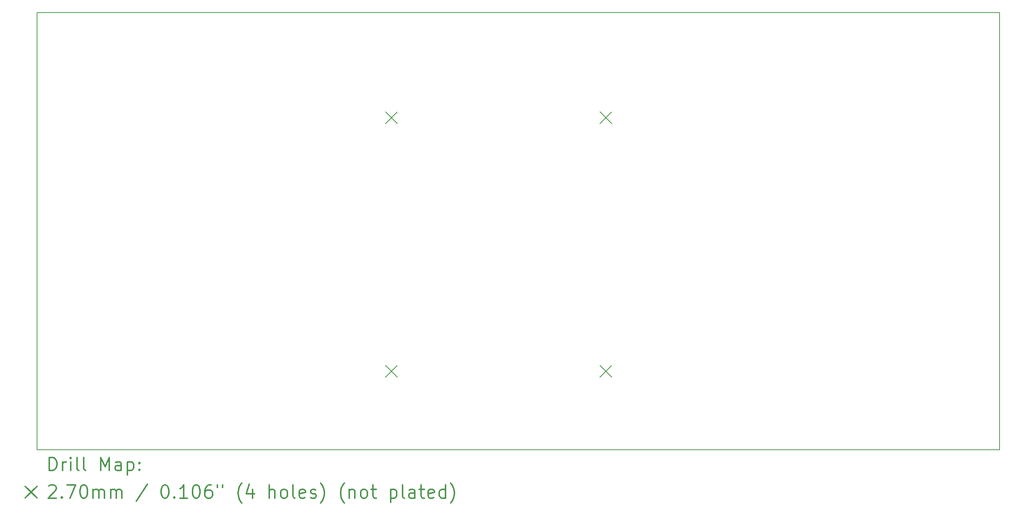
<source format=gbr>
%FSLAX45Y45*%
G04 Gerber Fmt 4.5, Leading zero omitted, Abs format (unit mm)*
G04 Created by KiCad (PCBNEW 5.1.4+dfsg1-1~bpo10+1) date 2019-11-23 21:48:13*
%MOMM*%
%LPD*%
G04 APERTURE LIST*
%ADD10C,0.150000*%
%ADD11C,0.200000*%
%ADD12C,0.300000*%
G04 APERTURE END LIST*
D10*
X24000000Y-15000000D02*
X24000000Y-5000000D01*
X2000000Y-5000000D02*
X24000000Y-5000000D01*
X2000000Y-15000000D02*
X24000000Y-15000000D01*
X2000000Y-5000000D02*
X2000000Y-15000000D01*
D11*
X14865000Y-7265000D02*
X15135000Y-7535000D01*
X15135000Y-7265000D02*
X14865000Y-7535000D01*
X9965000Y-13065000D02*
X10235000Y-13335000D01*
X10235000Y-13065000D02*
X9965000Y-13335000D01*
X9965000Y-7265000D02*
X10235000Y-7535000D01*
X10235000Y-7265000D02*
X9965000Y-7535000D01*
X14865000Y-13065000D02*
X15135000Y-13335000D01*
X15135000Y-13065000D02*
X14865000Y-13335000D01*
D12*
X2278928Y-15473214D02*
X2278928Y-15173214D01*
X2350357Y-15173214D01*
X2393214Y-15187500D01*
X2421786Y-15216071D01*
X2436071Y-15244643D01*
X2450357Y-15301786D01*
X2450357Y-15344643D01*
X2436071Y-15401786D01*
X2421786Y-15430357D01*
X2393214Y-15458929D01*
X2350357Y-15473214D01*
X2278928Y-15473214D01*
X2578928Y-15473214D02*
X2578928Y-15273214D01*
X2578928Y-15330357D02*
X2593214Y-15301786D01*
X2607500Y-15287500D01*
X2636071Y-15273214D01*
X2664643Y-15273214D01*
X2764643Y-15473214D02*
X2764643Y-15273214D01*
X2764643Y-15173214D02*
X2750357Y-15187500D01*
X2764643Y-15201786D01*
X2778928Y-15187500D01*
X2764643Y-15173214D01*
X2764643Y-15201786D01*
X2950357Y-15473214D02*
X2921786Y-15458929D01*
X2907500Y-15430357D01*
X2907500Y-15173214D01*
X3107500Y-15473214D02*
X3078928Y-15458929D01*
X3064643Y-15430357D01*
X3064643Y-15173214D01*
X3450357Y-15473214D02*
X3450357Y-15173214D01*
X3550357Y-15387500D01*
X3650357Y-15173214D01*
X3650357Y-15473214D01*
X3921786Y-15473214D02*
X3921786Y-15316071D01*
X3907500Y-15287500D01*
X3878928Y-15273214D01*
X3821786Y-15273214D01*
X3793214Y-15287500D01*
X3921786Y-15458929D02*
X3893214Y-15473214D01*
X3821786Y-15473214D01*
X3793214Y-15458929D01*
X3778928Y-15430357D01*
X3778928Y-15401786D01*
X3793214Y-15373214D01*
X3821786Y-15358929D01*
X3893214Y-15358929D01*
X3921786Y-15344643D01*
X4064643Y-15273214D02*
X4064643Y-15573214D01*
X4064643Y-15287500D02*
X4093214Y-15273214D01*
X4150357Y-15273214D01*
X4178928Y-15287500D01*
X4193214Y-15301786D01*
X4207500Y-15330357D01*
X4207500Y-15416071D01*
X4193214Y-15444643D01*
X4178928Y-15458929D01*
X4150357Y-15473214D01*
X4093214Y-15473214D01*
X4064643Y-15458929D01*
X4336071Y-15444643D02*
X4350357Y-15458929D01*
X4336071Y-15473214D01*
X4321786Y-15458929D01*
X4336071Y-15444643D01*
X4336071Y-15473214D01*
X4336071Y-15287500D02*
X4350357Y-15301786D01*
X4336071Y-15316071D01*
X4321786Y-15301786D01*
X4336071Y-15287500D01*
X4336071Y-15316071D01*
X1722500Y-15832500D02*
X1992500Y-16102500D01*
X1992500Y-15832500D02*
X1722500Y-16102500D01*
X2264643Y-15831786D02*
X2278928Y-15817500D01*
X2307500Y-15803214D01*
X2378928Y-15803214D01*
X2407500Y-15817500D01*
X2421786Y-15831786D01*
X2436071Y-15860357D01*
X2436071Y-15888929D01*
X2421786Y-15931786D01*
X2250357Y-16103214D01*
X2436071Y-16103214D01*
X2564643Y-16074643D02*
X2578928Y-16088929D01*
X2564643Y-16103214D01*
X2550357Y-16088929D01*
X2564643Y-16074643D01*
X2564643Y-16103214D01*
X2678928Y-15803214D02*
X2878928Y-15803214D01*
X2750357Y-16103214D01*
X3050357Y-15803214D02*
X3078928Y-15803214D01*
X3107500Y-15817500D01*
X3121786Y-15831786D01*
X3136071Y-15860357D01*
X3150357Y-15917500D01*
X3150357Y-15988929D01*
X3136071Y-16046071D01*
X3121786Y-16074643D01*
X3107500Y-16088929D01*
X3078928Y-16103214D01*
X3050357Y-16103214D01*
X3021786Y-16088929D01*
X3007500Y-16074643D01*
X2993214Y-16046071D01*
X2978928Y-15988929D01*
X2978928Y-15917500D01*
X2993214Y-15860357D01*
X3007500Y-15831786D01*
X3021786Y-15817500D01*
X3050357Y-15803214D01*
X3278928Y-16103214D02*
X3278928Y-15903214D01*
X3278928Y-15931786D02*
X3293214Y-15917500D01*
X3321786Y-15903214D01*
X3364643Y-15903214D01*
X3393214Y-15917500D01*
X3407500Y-15946071D01*
X3407500Y-16103214D01*
X3407500Y-15946071D02*
X3421786Y-15917500D01*
X3450357Y-15903214D01*
X3493214Y-15903214D01*
X3521786Y-15917500D01*
X3536071Y-15946071D01*
X3536071Y-16103214D01*
X3678928Y-16103214D02*
X3678928Y-15903214D01*
X3678928Y-15931786D02*
X3693214Y-15917500D01*
X3721786Y-15903214D01*
X3764643Y-15903214D01*
X3793214Y-15917500D01*
X3807500Y-15946071D01*
X3807500Y-16103214D01*
X3807500Y-15946071D02*
X3821786Y-15917500D01*
X3850357Y-15903214D01*
X3893214Y-15903214D01*
X3921786Y-15917500D01*
X3936071Y-15946071D01*
X3936071Y-16103214D01*
X4521786Y-15788929D02*
X4264643Y-16174643D01*
X4907500Y-15803214D02*
X4936071Y-15803214D01*
X4964643Y-15817500D01*
X4978928Y-15831786D01*
X4993214Y-15860357D01*
X5007500Y-15917500D01*
X5007500Y-15988929D01*
X4993214Y-16046071D01*
X4978928Y-16074643D01*
X4964643Y-16088929D01*
X4936071Y-16103214D01*
X4907500Y-16103214D01*
X4878928Y-16088929D01*
X4864643Y-16074643D01*
X4850357Y-16046071D01*
X4836071Y-15988929D01*
X4836071Y-15917500D01*
X4850357Y-15860357D01*
X4864643Y-15831786D01*
X4878928Y-15817500D01*
X4907500Y-15803214D01*
X5136071Y-16074643D02*
X5150357Y-16088929D01*
X5136071Y-16103214D01*
X5121786Y-16088929D01*
X5136071Y-16074643D01*
X5136071Y-16103214D01*
X5436071Y-16103214D02*
X5264643Y-16103214D01*
X5350357Y-16103214D02*
X5350357Y-15803214D01*
X5321786Y-15846071D01*
X5293214Y-15874643D01*
X5264643Y-15888929D01*
X5621786Y-15803214D02*
X5650357Y-15803214D01*
X5678928Y-15817500D01*
X5693214Y-15831786D01*
X5707500Y-15860357D01*
X5721786Y-15917500D01*
X5721786Y-15988929D01*
X5707500Y-16046071D01*
X5693214Y-16074643D01*
X5678928Y-16088929D01*
X5650357Y-16103214D01*
X5621786Y-16103214D01*
X5593214Y-16088929D01*
X5578928Y-16074643D01*
X5564643Y-16046071D01*
X5550357Y-15988929D01*
X5550357Y-15917500D01*
X5564643Y-15860357D01*
X5578928Y-15831786D01*
X5593214Y-15817500D01*
X5621786Y-15803214D01*
X5978928Y-15803214D02*
X5921786Y-15803214D01*
X5893214Y-15817500D01*
X5878928Y-15831786D01*
X5850357Y-15874643D01*
X5836071Y-15931786D01*
X5836071Y-16046071D01*
X5850357Y-16074643D01*
X5864643Y-16088929D01*
X5893214Y-16103214D01*
X5950357Y-16103214D01*
X5978928Y-16088929D01*
X5993214Y-16074643D01*
X6007500Y-16046071D01*
X6007500Y-15974643D01*
X5993214Y-15946071D01*
X5978928Y-15931786D01*
X5950357Y-15917500D01*
X5893214Y-15917500D01*
X5864643Y-15931786D01*
X5850357Y-15946071D01*
X5836071Y-15974643D01*
X6121786Y-15803214D02*
X6121786Y-15860357D01*
X6236071Y-15803214D02*
X6236071Y-15860357D01*
X6678928Y-16217500D02*
X6664643Y-16203214D01*
X6636071Y-16160357D01*
X6621786Y-16131786D01*
X6607500Y-16088929D01*
X6593214Y-16017500D01*
X6593214Y-15960357D01*
X6607500Y-15888929D01*
X6621786Y-15846071D01*
X6636071Y-15817500D01*
X6664643Y-15774643D01*
X6678928Y-15760357D01*
X6921786Y-15903214D02*
X6921786Y-16103214D01*
X6850357Y-15788929D02*
X6778928Y-16003214D01*
X6964643Y-16003214D01*
X7307500Y-16103214D02*
X7307500Y-15803214D01*
X7436071Y-16103214D02*
X7436071Y-15946071D01*
X7421786Y-15917500D01*
X7393214Y-15903214D01*
X7350357Y-15903214D01*
X7321786Y-15917500D01*
X7307500Y-15931786D01*
X7621786Y-16103214D02*
X7593214Y-16088929D01*
X7578928Y-16074643D01*
X7564643Y-16046071D01*
X7564643Y-15960357D01*
X7578928Y-15931786D01*
X7593214Y-15917500D01*
X7621786Y-15903214D01*
X7664643Y-15903214D01*
X7693214Y-15917500D01*
X7707500Y-15931786D01*
X7721786Y-15960357D01*
X7721786Y-16046071D01*
X7707500Y-16074643D01*
X7693214Y-16088929D01*
X7664643Y-16103214D01*
X7621786Y-16103214D01*
X7893214Y-16103214D02*
X7864643Y-16088929D01*
X7850357Y-16060357D01*
X7850357Y-15803214D01*
X8121786Y-16088929D02*
X8093214Y-16103214D01*
X8036071Y-16103214D01*
X8007500Y-16088929D01*
X7993214Y-16060357D01*
X7993214Y-15946071D01*
X8007500Y-15917500D01*
X8036071Y-15903214D01*
X8093214Y-15903214D01*
X8121786Y-15917500D01*
X8136071Y-15946071D01*
X8136071Y-15974643D01*
X7993214Y-16003214D01*
X8250357Y-16088929D02*
X8278928Y-16103214D01*
X8336071Y-16103214D01*
X8364643Y-16088929D01*
X8378928Y-16060357D01*
X8378928Y-16046071D01*
X8364643Y-16017500D01*
X8336071Y-16003214D01*
X8293214Y-16003214D01*
X8264643Y-15988929D01*
X8250357Y-15960357D01*
X8250357Y-15946071D01*
X8264643Y-15917500D01*
X8293214Y-15903214D01*
X8336071Y-15903214D01*
X8364643Y-15917500D01*
X8478928Y-16217500D02*
X8493214Y-16203214D01*
X8521786Y-16160357D01*
X8536071Y-16131786D01*
X8550357Y-16088929D01*
X8564643Y-16017500D01*
X8564643Y-15960357D01*
X8550357Y-15888929D01*
X8536071Y-15846071D01*
X8521786Y-15817500D01*
X8493214Y-15774643D01*
X8478928Y-15760357D01*
X9021786Y-16217500D02*
X9007500Y-16203214D01*
X8978928Y-16160357D01*
X8964643Y-16131786D01*
X8950357Y-16088929D01*
X8936071Y-16017500D01*
X8936071Y-15960357D01*
X8950357Y-15888929D01*
X8964643Y-15846071D01*
X8978928Y-15817500D01*
X9007500Y-15774643D01*
X9021786Y-15760357D01*
X9136071Y-15903214D02*
X9136071Y-16103214D01*
X9136071Y-15931786D02*
X9150357Y-15917500D01*
X9178928Y-15903214D01*
X9221786Y-15903214D01*
X9250357Y-15917500D01*
X9264643Y-15946071D01*
X9264643Y-16103214D01*
X9450357Y-16103214D02*
X9421786Y-16088929D01*
X9407500Y-16074643D01*
X9393214Y-16046071D01*
X9393214Y-15960357D01*
X9407500Y-15931786D01*
X9421786Y-15917500D01*
X9450357Y-15903214D01*
X9493214Y-15903214D01*
X9521786Y-15917500D01*
X9536071Y-15931786D01*
X9550357Y-15960357D01*
X9550357Y-16046071D01*
X9536071Y-16074643D01*
X9521786Y-16088929D01*
X9493214Y-16103214D01*
X9450357Y-16103214D01*
X9636071Y-15903214D02*
X9750357Y-15903214D01*
X9678928Y-15803214D02*
X9678928Y-16060357D01*
X9693214Y-16088929D01*
X9721786Y-16103214D01*
X9750357Y-16103214D01*
X10078928Y-15903214D02*
X10078928Y-16203214D01*
X10078928Y-15917500D02*
X10107500Y-15903214D01*
X10164643Y-15903214D01*
X10193214Y-15917500D01*
X10207500Y-15931786D01*
X10221786Y-15960357D01*
X10221786Y-16046071D01*
X10207500Y-16074643D01*
X10193214Y-16088929D01*
X10164643Y-16103214D01*
X10107500Y-16103214D01*
X10078928Y-16088929D01*
X10393214Y-16103214D02*
X10364643Y-16088929D01*
X10350357Y-16060357D01*
X10350357Y-15803214D01*
X10636071Y-16103214D02*
X10636071Y-15946071D01*
X10621786Y-15917500D01*
X10593214Y-15903214D01*
X10536071Y-15903214D01*
X10507500Y-15917500D01*
X10636071Y-16088929D02*
X10607500Y-16103214D01*
X10536071Y-16103214D01*
X10507500Y-16088929D01*
X10493214Y-16060357D01*
X10493214Y-16031786D01*
X10507500Y-16003214D01*
X10536071Y-15988929D01*
X10607500Y-15988929D01*
X10636071Y-15974643D01*
X10736071Y-15903214D02*
X10850357Y-15903214D01*
X10778928Y-15803214D02*
X10778928Y-16060357D01*
X10793214Y-16088929D01*
X10821786Y-16103214D01*
X10850357Y-16103214D01*
X11064643Y-16088929D02*
X11036071Y-16103214D01*
X10978928Y-16103214D01*
X10950357Y-16088929D01*
X10936071Y-16060357D01*
X10936071Y-15946071D01*
X10950357Y-15917500D01*
X10978928Y-15903214D01*
X11036071Y-15903214D01*
X11064643Y-15917500D01*
X11078928Y-15946071D01*
X11078928Y-15974643D01*
X10936071Y-16003214D01*
X11336071Y-16103214D02*
X11336071Y-15803214D01*
X11336071Y-16088929D02*
X11307500Y-16103214D01*
X11250357Y-16103214D01*
X11221786Y-16088929D01*
X11207500Y-16074643D01*
X11193214Y-16046071D01*
X11193214Y-15960357D01*
X11207500Y-15931786D01*
X11221786Y-15917500D01*
X11250357Y-15903214D01*
X11307500Y-15903214D01*
X11336071Y-15917500D01*
X11450357Y-16217500D02*
X11464643Y-16203214D01*
X11493214Y-16160357D01*
X11507500Y-16131786D01*
X11521786Y-16088929D01*
X11536071Y-16017500D01*
X11536071Y-15960357D01*
X11521786Y-15888929D01*
X11507500Y-15846071D01*
X11493214Y-15817500D01*
X11464643Y-15774643D01*
X11450357Y-15760357D01*
M02*

</source>
